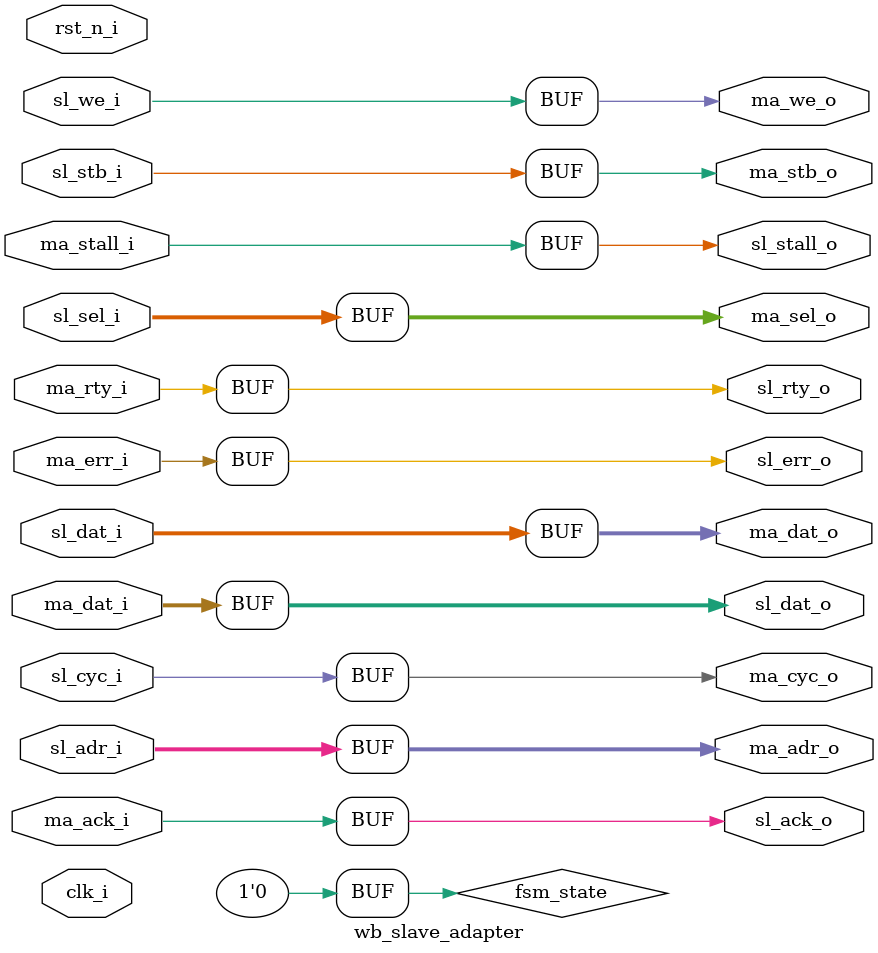
<source format=v>

module wb_slave_adapter #(
    parameter dw = 32,
    parameter aw = 32,
    // Wishbone master mode: 0 ("CLASSIC") or 1 ("PIPELINED")
    parameter g_master_mode        = 0,
    // Wishbone master g_slave_granularity: 0 ("BYTE") or 1 ("WORD")
    parameter g_master_granularity = 0,
    // Wishbone slave mode: 0 ("CLASSIC") or 1 ("PIPELINED")
    parameter g_slave_mode         = 0,
    // Wishbone master g_slave_granularity: 0 ("BYTE") or 1 ("WORD")
    parameter g_slave_granularity  = 0
) (
    // Clock/Resets
    input               clk_i,
    input               rst_n_i,

    // Wishbone signals
    // slave port (i.e. wb_slave_adapter is slave)
    input  [aw-1:0]     sl_adr_i,
    input  [dw-1:0]     sl_dat_i,
    input  [dw/8-1:0]   sl_sel_i,
    input               sl_we_i,
    input               sl_cyc_i,
    input               sl_stb_i,
    output [dw-1:0]     sl_dat_o,
    output              sl_ack_o,
    output              sl_err_o,
    output              sl_rty_o,
    output              sl_stall_o,

    // master port (i.e. wb_slave_adapter is master)
    output [aw-1:0]     ma_adr_o,
    output [dw-1:0]     ma_dat_o,
    output [dw/8-1:0]   ma_sel_o,
    output              ma_we_o,
    output              ma_cyc_o,
    output              ma_stb_o,
    input [dw-1:0]      ma_dat_i,
    input               ma_ack_i,
    input               ma_err_i,
    input               ma_rty_i,
    input               ma_stall_i
);

// As we only support 32 bits of wishbone data, the conversion
// from byte to word is always to shift data to 2 bits
localparam c_num_bytes2word_bits = 2;
localparam [c_num_bytes2word_bits-1:0] c_zero_bytes2word = 0;
localparam c_state_width = 1;
localparam [c_state_width-1:0]
    IDLE = 0,
    WAIT4ACK = 1;

reg [c_state_width-1:0] fsm_state = IDLE;

// Master to Slave address generation
generate
    if (g_master_granularity == g_slave_granularity)
        assign ma_adr_o = sl_adr_i;
    else if (g_master_granularity == 0) // byte -> word
        assign ma_adr_o = {sl_adr_i[32-c_num_bytes2word_bits-1:0], c_zero_bytes2word};
    else // word -> byte
        assign ma_adr_o = {c_zero_bytes2word, sl_adr_i[32-1:c_num_bytes2word_bits]};
endgenerate

// Parameter check
generate if (g_slave_mode != 0 && g_slave_mode != 1) begin: gen_error
    g_slave_mode_is_invalid_valid_modes_are_classic_or_pipelined invalid();
end
endgenerate

// Parameter check
generate if (g_master_mode != 0 && g_master_mode != 1) begin: gen_error
    g_master_mode_is_invalid_valid_modes_are_classic_or_pipelined invalid();
end
endgenerate

generate if (g_slave_mode == 1 && g_master_mode == 0) begin: gen_p2c
    assign ma_stb_o = sl_stb_i;
    assign sl_stall_o = ~ma_ack_i;
end
endgenerate

generate if (g_slave_mode == 0 && g_master_mode == 1) begin: gen_c2p
    assign ma_stb_o = (fsm_state == IDLE)? sl_stb_i : 0;
    assign sl_stall_o = 0; // classic will ignore this anyway

    always @(posedge clk_i) begin
        if (~rst_n_i)
            fsm_state <= IDLE;
        else begin
            case (fsm_state)
                IDLE: begin
                    if (sl_stb_i && sl_cyc_i && ~ma_stall_i && ~ma_ack_i)
                        fsm_state <= WAIT4ACK;
                end

                WAIT4ACK: begin
                    if ((~sl_stb_i && ~sl_cyc_i) || ma_ack_i || ma_err_i)
                        fsm_state <= IDLE;
                end
            endcase
        end
    end
end
endgenerate

generate if (g_slave_mode == g_master_mode) begin: gen_x2x
    assign ma_stb_o = sl_stb_i;
    assign sl_stall_o = ma_stall_i;
end
endgenerate

assign ma_dat_o = sl_dat_i;
assign ma_cyc_o = sl_cyc_i;
assign ma_sel_o = sl_sel_i;
assign ma_we_o  = sl_we_i;

assign sl_ack_o = ma_ack_i;
assign sl_err_o = ma_err_i;
assign sl_rty_o = ma_rty_i;
assign sl_dat_o = ma_dat_i;

endmodule

</source>
